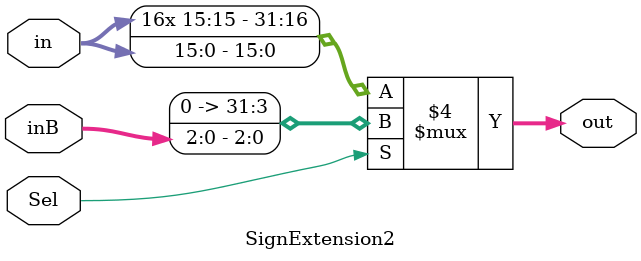
<source format=v>
`timescale 1ns / 1ps
module SignExtension2(
		input [15:0]in, 
		output reg [31:0] out,
		input [2:0]inB,
		input Sel
		);


	
	always@(in,inB,Sel)begin
	
	if(Sel == 1) begin
		out <= {{29{0}}, inB[2:0]};
	end
	
	
	else begin
		out <= {{16{in[15]}}, in[15:0]};
	end
	
	end
	



	

	


endmodule

</source>
